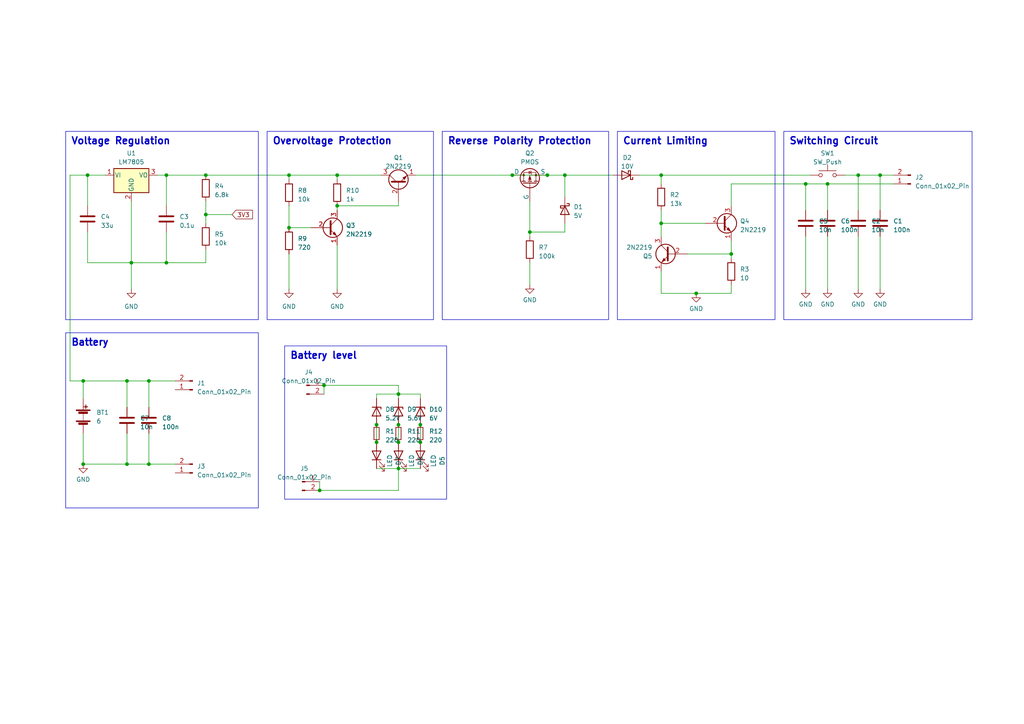
<source format=kicad_sch>
(kicad_sch (version 20230121) (generator eeschema)
  (paper "A4")
  (title_block (title "EEE4113F Power Circuitry Design") (rev "1") (company "University Of Cape Town"))
  (lib_symbols
    (symbol "Connector:Conn_01x02_Pin" (pin_names (offset 1.016) hide)
      (property "Reference" "J" (at 0 2.54 0))
      (property "Value" "Conn_01x02_Pin" (at 0 -5.08 0))
      (symbol "Conn_01x02_Pin_1_1"
        (polyline (pts (xy 1.27 -2.54) (xy 0.8636 -2.54)) (stroke (width 0.1524)))
        (polyline (pts (xy 1.27 0) (xy 0.8636 0)) (stroke (width 0.1524)))
        (rectangle (start 0.8636 -2.413) (end 0 -2.667) (stroke (width 0.1524)) (fill (type outline)))
        (rectangle (start 0.8636 0.127) (end 0 -0.127) (stroke (width 0.1524)) (fill (type outline)))
        (pin passive line (at 5.08 0 180) (length 3.81) (name "Pin_1") (number "1"))
        (pin passive line (at 5.08 -2.54 180) (length 3.81) (name "Pin_2") (number "2"))
      )
    )
    (symbol "Device:Battery" (pin_numbers hide) (pin_names (offset 0) hide)
      (property "Reference" "BT" (at 2.54 2.54 0))
      (property "Value" "Battery" (at 2.54 0 0))
      (symbol "Battery_0_1"
        (rectangle (start -2.032 -1.397) (end 2.032 -1.651) (fill (type outline)))
        (rectangle (start -2.032 1.778) (end 2.032 1.524) (fill (type outline)))
        (rectangle (start -1.3208 -1.9812) (end 1.27 -2.4892) (fill (type outline)))
        (rectangle (start -1.3208 1.1938) (end 1.27 0.6858) (fill (type outline)))
        (polyline (pts (xy 0 -1.524) (xy 0 -1.27)))
        (polyline (pts (xy 0 -1.016) (xy 0 -0.762)))
        (polyline (pts (xy 0 -0.508) (xy 0 -0.254)))
        (polyline (pts (xy 0 0) (xy 0 0.254)))
        (polyline (pts (xy 0 0.508) (xy 0 0.762)))
        (polyline (pts (xy 0 1.778) (xy 0 2.54)))
        (polyline (pts (xy 0.254 2.667) (xy 1.27 2.667)) (stroke (width 0.254)))
        (polyline (pts (xy 0.762 3.175) (xy 0.762 2.159)) (stroke (width 0.254)))
      )
      (symbol "Battery_1_1"
        (pin passive line (at 0 5.08 270) (length 2.54) (name "+") (number "1"))
        (pin passive line (at 0 -5.08 90) (length 2.54) (name "-") (number "2"))
      )
    )
    (symbol "Device:C" (pin_numbers hide) (pin_names (offset 0.254))
      (property "Reference" "C" (at 0.635 2.54 0))
      (property "Value" "C" (at 0.635 -2.54 0))
      (symbol "C_0_1"
        (polyline (pts (xy -2.032 -0.762) (xy 2.032 -0.762)) (stroke (width 0.508)))
        (polyline (pts (xy -2.032 0.762) (xy 2.032 0.762)) (stroke (width 0.508)))
      )
      (symbol "C_1_1"
        (pin passive line (at 0 3.81 270) (length 2.794) (name "~") (number "1"))
        (pin passive line (at 0 -3.81 90) (length 2.794) (name "~") (number "2"))
      )
    )
    (symbol "Device:D_Schottky" (pin_numbers hide) (pin_names (offset 1.016) hide)
      (property "Reference" "D" (at 0 2.54 0))
      (property "Value" "D_Schottky" (at 0 -2.54 0))
      (symbol "D_Schottky_0_1"
        (polyline (pts (xy 1.27 0) (xy -1.27 0)))
        (polyline (pts (xy 1.27 1.27) (xy 1.27 -1.27) (xy -1.27 0) (xy 1.27 1.27)) (stroke (width 0.254)))
        (polyline (pts (xy -1.905 0.635) (xy -1.905 1.27) (xy -1.27 1.27) (xy -1.27 -1.27) (xy -0.635 -1.27) (xy -0.635 -0.635)) (stroke (width 0.254)))
      )
      (symbol "D_Schottky_1_1"
        (pin passive line (at -3.81 0 0) (length 2.54) (name "K") (number "1"))
        (pin passive line (at 3.81 0 180) (length 2.54) (name "A") (number "2"))
      )
    )
    (symbol "Device:D_Zener" (pin_numbers hide) (pin_names (offset 1.016) hide)
      (property "Reference" "D" (at 0 2.54 0))
      (property "Value" "D_Zener" (at 0 -2.54 0))
      (symbol "D_Zener_0_1"
        (polyline (pts (xy 1.27 0) (xy -1.27 0)))
        (polyline (pts (xy -1.27 -1.27) (xy -1.27 1.27) (xy -0.762 1.27)) (stroke (width 0.254)))
        (polyline (pts (xy 1.27 -1.27) (xy 1.27 1.27) (xy -1.27 0) (xy 1.27 -1.27)) (stroke (width 0.254)))
      )
      (symbol "D_Zener_1_1"
        (pin passive line (at -3.81 0 0) (length 2.54) (name "K") (number "1"))
        (pin passive line (at 3.81 0 180) (length 2.54) (name "A") (number "2"))
      )
    )
    (symbol "Device:LED" (pin_numbers hide) (pin_names (offset 1.016) hide)
      (property "Reference" "D" (at 0 2.54 0))
      (property "Value" "LED" (at 0 -2.54 0))
      (symbol "LED_0_1"
        (polyline (pts (xy -1.27 -1.27) (xy -1.27 1.27)) (stroke (width 0.254)))
        (polyline (pts (xy -1.27 0) (xy 1.27 0)))
        (polyline (pts (xy 1.27 -1.27) (xy 1.27 1.27) (xy -1.27 0) (xy 1.27 -1.27)) (stroke (width 0.254)))
        (polyline (pts (xy -3.048 -0.762) (xy -4.572 -2.286) (xy -3.81 -2.286) (xy -4.572 -2.286) (xy -4.572 -1.524)))
        (polyline (pts (xy -1.778 -0.762) (xy -3.302 -2.286) (xy -2.54 -2.286) (xy -3.302 -2.286) (xy -3.302 -1.524)))
      )
      (symbol "LED_1_1"
        (pin passive line (at -3.81 0 0) (length 2.54) (name "K") (number "1"))
        (pin passive line (at 3.81 0 180) (length 2.54) (name "A") (number "2"))
      )
    )
    (symbol "Device:R" (pin_numbers hide) (pin_names (offset 0))
      (property "Reference" "R" (at 2.032 0 90))
      (property "Value" "R" (at 0 0 90))
      (symbol "R_0_1"
        (rectangle (start -1.016 -2.54) (end 1.016 2.54) (stroke (width 0.254)))
      )
      (symbol "R_1_1"
        (pin passive line (at 0 3.81 270) (length 1.27) (name "~") (number "1"))
        (pin passive line (at 0 -3.81 90) (length 1.27) (name "~") (number "2"))
      )
    )
    (symbol "Device:R_Small" (pin_numbers hide) (pin_names (offset 0.254) hide)
      (property "Reference" "R" (at 0.762 0.508 0))
      (property "Value" "R_Small" (at 0.762 -1.016 0))
      (symbol "R_Small_0_1"
        (rectangle (start -0.762 1.778) (end 0.762 -1.778) (stroke (width 0.2032)))
      )
      (symbol "R_Small_1_1"
        (pin passive line (at 0 2.54 270) (length 0.762) (name "~") (number "1"))
        (pin passive line (at 0 -2.54 90) (length 0.762) (name "~") (number "2"))
      )
    )
    (symbol "Regulator_Linear:KA78M05_TO252" (pin_names (offset 0.254))
      (property "Reference" "U" (at -3.81 3.175 0))
      (property "Value" "KA78M05_TO252" (at 0 3.175 0))
      (symbol "KA78M05_TO252_0_1"
        (rectangle (start -5.08 1.905) (end 5.08 -5.08) (stroke (width 0.254)) (fill (type background)))
      )
      (symbol "KA78M05_TO252_1_1"
        (pin power_in line (at -7.62 0 0) (length 2.54) (name "VI") (number "1"))
        (pin power_in line (at 0 -7.62 90) (length 2.54) (name "GND") (number "2"))
        (pin power_out line (at 7.62 0 180) (length 2.54) (name "VO") (number "3"))
      )
    )
    (symbol "Simulation_SPICE:PMOS" (pin_numbers hide) (pin_names (offset 0))
      (property "Reference" "Q" (at 5.08 1.27 0))
      (property "Value" "PMOS" (at 5.08 -1.27 0))
      (symbol "PMOS_0_1"
        (polyline (pts (xy 0.254 0) (xy -2.54 0)))
        (polyline (pts (xy 0.254 1.905) (xy 0.254 -1.905)) (stroke (width 0.254)))
        (polyline (pts (xy 0.762 -1.27) (xy 0.762 -2.286)) (stroke (width 0.254)))
        (polyline (pts (xy 0.762 0.508) (xy 0.762 -0.508)) (stroke (width 0.254)))
        (polyline (pts (xy 0.762 2.286) (xy 0.762 1.27)) (stroke (width 0.254)))
        (polyline (pts (xy 2.54 2.54) (xy 2.54 1.778)))
        (polyline (pts (xy 2.54 -2.54) (xy 2.54 0) (xy 0.762 0)))
        (polyline (pts (xy 0.762 1.778) (xy 3.302 1.778) (xy 3.302 -1.778) (xy 0.762 -1.778)))
        (polyline (pts (xy 2.286 0) (xy 1.27 0.381) (xy 1.27 -0.381) (xy 2.286 0)) (fill (type outline)))
        (polyline (pts (xy 2.794 -0.508) (xy 2.921 -0.381) (xy 3.683 -0.381) (xy 3.81 -0.254)))
        (polyline (pts (xy 3.302 -0.381) (xy 2.921 0.254) (xy 3.683 0.254) (xy 3.302 -0.381)))
        (circle (center 1.651 0) (radius 2.794) (stroke (width 0.254)))
        (circle (center 2.54 -1.778) (radius 0.254) (fill (type outline)))
        (circle (center 2.54 1.778) (radius 0.254) (fill (type outline)))
      )
      (symbol "PMOS_1_1"
        (pin passive line (at 2.54 5.08 270) (length 2.54) (name "D") (number "1"))
        (pin input line (at -5.08 0 0) (length 2.54) (name "G") (number "2"))
        (pin passive line (at 2.54 -5.08 90) (length 2.54) (name "S") (number "3"))
      )
    )
    (symbol "Switch:SW_Push" (pin_numbers hide) (pin_names (offset 1.016) hide)
      (property "Reference" "SW" (at 1.27 2.54 0))
      (property "Value" "SW_Push" (at 0 -1.524 0))
      (symbol "SW_Push_0_1"
        (circle (center -2.032 0) (radius 0.508))
        (polyline (pts (xy 0 1.27) (xy 0 3.048)))
        (polyline (pts (xy 2.54 1.27) (xy -2.54 1.27)))
        (circle (center 2.032 0) (radius 0.508))
        (pin passive line (at -5.08 0 0) (length 2.54) (name "1") (number "1"))
        (pin passive line (at 5.08 0 180) (length 2.54) (name "2") (number "2"))
      )
    )
    (symbol "Transistor_BJT:2N2219" (pin_names (offset 0) hide)
      (property "Reference" "Q" (at 5.08 1.905 0))
      (property "Value" "2N2219" (at 5.08 0 0))
      (symbol "2N2219_0_1"
        (polyline (pts (xy 0.635 0.635) (xy 2.54 2.54)))
        (polyline (pts (xy 0.635 -0.635) (xy 2.54 -2.54) (xy 2.54 -2.54)))
        (polyline (pts (xy 0.635 1.905) (xy 0.635 -1.905) (xy 0.635 -1.905)) (stroke (width 0.508)))
        (polyline (pts (xy 1.27 -1.778) (xy 1.778 -1.27) (xy 2.286 -2.286) (xy 1.27 -1.778) (xy 1.27 -1.778)) (fill (type outline)))
        (circle (center 1.27 0) (radius 2.8194) (stroke (width 0.254)))
      )
      (symbol "2N2219_1_1"
        (pin passive line (at 2.54 -5.08 90) (length 2.54) (name "E") (number "1"))
        (pin passive line (at -5.08 0 0) (length 5.715) (name "B") (number "2"))
        (pin passive line (at 2.54 5.08 270) (length 2.54) (name "C") (number "3"))
      )
    )
    (symbol "power:GND" (power) (pin_names (offset 0))
      (property "Value" "GND" (at 0 -3.81 0))
      (symbol "GND_0_1"
        (polyline (pts (xy 0 0) (xy 0 -1.27) (xy 1.27 -1.27) (xy 0 -2.54) (xy -1.27 -1.27) (xy 0 -1.27)))
      )
      (symbol "GND_1_1"
        (pin power_in line (at 0 0 270) (length 0) hide (name "GND") (number "1"))
      )
    )
  )
  (junction (at 36.83 134.62))
  (junction (at 48.26 76.2))
  (junction (at 115.57 114.3))
  (junction (at 115.57 135.89))
  (junction (at 148.59 50.8))
  (junction (at 255.27 50.8))
  (junction (at 43.18 110.49))
  (junction (at 115.57 123.19))
  (junction (at 201.93 85.09))
  (junction (at 163.83 50.8))
  (junction (at 48.26 50.8))
  (junction (at 191.77 50.8))
  (junction (at 92.71 142.24))
  (junction (at 24.13 110.49))
  (junction (at 121.92 123.19))
  (junction (at 83.82 66.04))
  (junction (at 121.92 128.27))
  (junction (at 191.77 64.77))
  (junction (at 248.92 50.8))
  (junction (at 233.68 53.34))
  (junction (at 97.79 59.69))
  (junction (at 115.57 128.27))
  (junction (at 93.98 111.76))
  (junction (at 153.67 67.31))
  (junction (at 38.1 76.2))
  (junction (at 109.22 123.19))
  (junction (at 212.09 73.66))
  (junction (at 83.82 50.8))
  (junction (at 59.69 50.8))
  (junction (at 59.69 62.23))
  (junction (at 97.79 50.8))
  (junction (at 24.13 134.62))
  (junction (at 240.03 53.34))
  (junction (at 109.22 128.27))
  (junction (at 25.4 50.8))
  (junction (at 36.83 110.49))
  (junction (at 158.75 50.8))
  (junction (at 43.18 134.62))
  (wire (pts (xy 43.18 134.62) (xy 50.8 134.62)))
  (wire (pts (xy 97.79 60.96) (xy 97.79 59.69)))
  (wire (pts (xy 92.71 142.24) (xy 115.57 142.24)))
  (wire (pts (xy 115.57 114.3) (xy 115.57 111.76)))
  (wire (pts (xy 248.92 50.8) (xy 255.27 50.8)))
  (wire (pts (xy 25.4 76.2) (xy 38.1 76.2)))
  (wire (pts (xy 121.92 115.57) (xy 121.92 114.3)))
  (wire (pts (xy 212.09 53.34) (xy 212.09 59.69)))
  (wire (pts (xy 38.1 76.2) (xy 38.1 83.82)))
  (wire (pts (xy 36.83 125.73) (xy 36.83 134.62)))
  (wire (pts (xy 240.03 53.34) (xy 240.03 60.96)))
  (wire (pts (xy 233.68 68.58) (xy 233.68 83.82)))
  (wire (pts (xy 115.57 135.89) (xy 121.92 135.89)))
  (wire (pts (xy 59.69 72.39) (xy 59.69 76.2)))
  (wire (pts (xy 163.83 50.8) (xy 177.8 50.8)))
  (wire (pts (xy 20.32 50.8) (xy 25.4 50.8)))
  (wire (pts (xy 48.26 50.8) (xy 59.69 50.8)))
  (wire (pts (xy 25.4 50.8) (xy 30.48 50.8)))
  (wire (pts (xy 191.77 53.34) (xy 191.77 50.8)))
  (wire (pts (xy 212.09 85.09) (xy 201.93 85.09)))
  (wire (pts (xy 36.83 134.62) (xy 43.18 134.62)))
  (wire (pts (xy 115.57 135.89) (xy 115.57 142.24)))
  (wire (pts (xy 83.82 73.66) (xy 83.82 83.82)))
  (wire (pts (xy 153.67 76.2) (xy 153.67 82.55)))
  (wire (pts (xy 255.27 68.58) (xy 255.27 83.82)))
  (wire (pts (xy 163.83 67.31) (xy 153.67 67.31)))
  (wire (pts (xy 36.83 110.49) (xy 43.18 110.49)))
  (wire (pts (xy 191.77 64.77) (xy 191.77 68.58)))
  (wire (pts (xy 255.27 50.8) (xy 255.27 60.96)))
  (wire (pts (xy 43.18 110.49) (xy 50.8 110.49)))
  (wire (pts (xy 43.18 110.49) (xy 43.18 118.11)))
  (wire (pts (xy 233.68 53.34) (xy 212.09 53.34)))
  (wire (pts (xy 191.77 50.8) (xy 234.95 50.8)))
  (wire (pts (xy 121.92 128.27) (xy 121.92 123.19)))
  (wire (pts (xy 48.26 76.2) (xy 48.26 67.31)))
  (wire (pts (xy 153.67 67.31) (xy 153.67 68.58)))
  (wire (pts (xy 191.77 85.09) (xy 201.93 85.09)))
  (wire (pts (xy 212.09 73.66) (xy 212.09 74.93)))
  (wire (pts (xy 148.59 50.8) (xy 158.75 50.8)))
  (wire (pts (xy 121.92 114.3) (xy 115.57 114.3)))
  (wire (pts (xy 109.22 114.3) (xy 115.57 114.3)))
  (wire (pts (xy 97.79 71.12) (xy 97.79 83.82)))
  (wire (pts (xy 83.82 50.8) (xy 97.79 50.8)))
  (wire (pts (xy 115.57 111.76) (xy 93.98 111.76)))
  (wire (pts (xy 240.03 53.34) (xy 233.68 53.34)))
  (wire (pts (xy 109.22 135.89) (xy 115.57 135.89)))
  (wire (pts (xy 25.4 67.31) (xy 25.4 76.2)))
  (wire (pts (xy 24.13 110.49) (xy 24.13 115.57)))
  (wire (pts (xy 153.67 58.42) (xy 153.67 67.31)))
  (wire (pts (xy 24.13 110.49) (xy 36.83 110.49)))
  (wire (pts (xy 158.75 50.8) (xy 163.83 50.8)))
  (wire (pts (xy 255.27 50.8) (xy 259.08 50.8)))
  (wire (pts (xy 163.83 64.77) (xy 163.83 67.31)))
  (wire (pts (xy 115.57 59.69) (xy 115.57 58.42)))
  (wire (pts (xy 240.03 53.34) (xy 259.08 53.34)))
  (wire (pts (xy 233.68 53.34) (xy 233.68 60.96)))
  (wire (pts (xy 191.77 64.77) (xy 204.47 64.77)))
  (wire (pts (xy 83.82 50.8) (xy 83.82 52.07)))
  (wire (pts (xy 24.13 125.73) (xy 24.13 134.62)))
  (wire (pts (xy 191.77 78.74) (xy 191.77 85.09)))
  (wire (pts (xy 48.26 50.8) (xy 45.72 50.8)))
  (wire (pts (xy 43.18 125.73) (xy 43.18 134.62)))
  (wire (pts (xy 25.4 50.8) (xy 25.4 59.69)))
  (wire (pts (xy 20.32 110.49) (xy 24.13 110.49)))
  (wire (pts (xy 38.1 76.2) (xy 48.26 76.2)))
  (wire (pts (xy 109.22 115.57) (xy 109.22 114.3)))
  (wire (pts (xy 245.11 50.8) (xy 248.92 50.8)))
  (wire (pts (xy 212.09 82.55) (xy 212.09 85.09)))
  (wire (pts (xy 97.79 59.69) (xy 115.57 59.69)))
  (wire (pts (xy 24.13 134.62) (xy 36.83 134.62)))
  (wire (pts (xy 240.03 68.58) (xy 240.03 83.82)))
  (wire (pts (xy 248.92 68.58) (xy 248.92 83.82)))
  (wire (pts (xy 59.69 62.23) (xy 67.31 62.23)))
  (wire (pts (xy 163.83 50.8) (xy 163.83 57.15)))
  (wire (pts (xy 59.69 50.8) (xy 83.82 50.8)))
  (wire (pts (xy 248.92 50.8) (xy 248.92 60.96)))
  (wire (pts (xy 212.09 73.66) (xy 212.09 69.85)))
  (wire (pts (xy 38.1 58.42) (xy 38.1 76.2)))
  (wire (pts (xy 59.69 62.23) (xy 59.69 64.77)))
  (wire (pts (xy 92.71 139.7) (xy 92.71 142.24)))
  (wire (pts (xy 59.69 76.2) (xy 48.26 76.2)))
  (wire (pts (xy 36.83 118.11) (xy 36.83 110.49)))
  (wire (pts (xy 93.98 111.76) (xy 93.98 114.3)))
  (wire (pts (xy 191.77 60.96) (xy 191.77 64.77)))
  (wire (pts (xy 120.65 50.8) (xy 148.59 50.8)))
  (wire (pts (xy 83.82 66.04) (xy 90.17 66.04)))
  (wire (pts (xy 115.57 115.57) (xy 115.57 114.3)))
  (wire (pts (xy 199.39 73.66) (xy 212.09 73.66)))
  (wire (pts (xy 83.82 59.69) (xy 83.82 66.04)))
  (wire (pts (xy 59.69 58.42) (xy 59.69 62.23)))
  (wire (pts (xy 185.42 50.8) (xy 191.77 50.8)))
  (wire (pts (xy 109.22 128.27) (xy 109.22 123.19)))
  (wire (pts (xy 48.26 50.8) (xy 48.26 59.69)))
  (wire (pts (xy 20.32 50.8) (xy 20.32 110.49)))
  (wire (pts (xy 115.57 128.27) (xy 115.57 123.19)))
  (wire (pts (xy 110.49 50.8) (xy 97.79 50.8)))
  (wire (pts (xy 97.79 52.07) (xy 97.79 50.8)))
  (text_box "Switching Circuit" (at 227.33 38.1 0) (size 54.61 54.61) (effects (font (size 2 2) (thickness 0.4) bold) (justify left top)))
  (text_box "Overvoltage Protection" (at 77.47 38.1 0) (size 48.26 54.61) (effects (font (size 2 2) (thickness 0.4) bold) (justify left top)))
  (text_box "Battery level" (at 82.55 100.33 0) (size 46.99 44.45) (effects (font (size 2 2) (thickness 0.4) bold) (justify left top)))
  (text_box "Current Limiting\n" (at 179.07 38.1 0) (size 45.72 54.61) (effects (font (size 2 2) (thickness 0.4) bold) (justify left top)))
  (text_box "Reverse Polarity Protection\n" (at 128.27 38.1 0) (size 48.26 54.61) (effects (font (size 2 2) (thickness 0.4) bold) (justify left top)))
  (text_box "Battery" (at 19.05 96.52 0) (size 55.88 50.8) (effects (font (size 2 2) bold) (justify left top)))
  (text_box "Voltage Regulation" (at 19.05 38.1 0) (size 55.88 54.61) (effects (font (size 2 2) (thickness 0.4) bold) (justify left top)))
  (global_label "3V3" (shape input) (at 67.31 62.23 0) (property "Intersheetrefs" "${INTERSHEET_REFS}" (effects hide)))
  (symbol (lib_id "Device:C") (at 255.27 64.77 0) (unit 1)
    (property "Reference" "C1" (at 259.08 64.135 0) (effects (justify left)))
    (property "Value" "100n" (at 259.08 66.675 0) (effects (justify left)))
  )
  (symbol (lib_id "power:GND") (at 240.03 83.82 0) (unit 1)
    (property "Reference" "#PWR07" (effects hide))
    (property "Value" "GND" (at 240.03 88.265 0))
  )
  (symbol (lib_id "Simulation_SPICE:PMOS") (at 153.67 53.34 90) (unit 1)
    (property "Reference" "Q2" (at 153.67 44.45 90))
    (property "Value" "PMOS" (at 153.67 46.99 90))
    (property "Datasheet" "https://ngspice.sourceforge.io/docs/ngspice-manual.pdf" (effects hide))
    (property "Sim.Device" "PMOS" (effects hide))
    (property "Sim.Type" "VDMOS" (effects hide))
    (property "Sim.Pins" "1=D 2=G 3=S" (effects hide))
  )
  (symbol (lib_id "Device:LED") (at 115.57 132.08 90) (unit 1)
    (property "Reference" "D6" (at 121.92 133.6675 0))
    (property "Value" "LED" (at 119.38 133.6675 0))
  )
  (symbol (lib_id "Device:D_Zener") (at 115.57 119.38 270) (unit 1)
    (property "Reference" "D9" (at 118.11 118.745 90) (effects (justify left)))
    (property "Value" "5.6V" (at 118.11 121.285 90) (effects (justify left)))
  )
  (symbol (lib_id "Device:R_Small") (at 115.57 125.73 0) (unit 1)
    (property "Reference" "R11" (at 118.11 125.095 0) (effects (justify left)))
    (property "Value" "220" (at 118.11 127.635 0) (effects (justify left)))
    (property "Footprint" "Resistor_SMD:R_0603_1608Metric" (effects hide))
  )
  (symbol (lib_id "Device:Battery") (at 24.13 120.65 0) (unit 1)
    (property "Reference" "BT1" (at 27.94 119.634 0) (effects (justify left)))
    (property "Value" "6" (at 27.94 122.174 0) (effects (justify left)))
  )
  (symbol (lib_id "Connector:Conn_01x02_Pin") (at 88.9 111.76 0) (unit 1)
    (property "Reference" "J4" (at 89.535 107.95 0))
    (property "Value" "Conn_01x02_Pin" (at 89.535 110.49 0))
  )
  (symbol (lib_id "power:GND") (at 83.82 83.82 0) (unit 1)
    (property "Reference" "#PWR011" (effects hide))
    (property "Value" "GND" (at 83.82 88.9 0))
  )
  (symbol (lib_id "Connector:Conn_01x02_Pin") (at 264.16 53.34 180) (unit 1)
    (property "Reference" "J2" (at 265.43 51.435 0) (effects (justify right)))
    (property "Value" "Conn_01x02_Pin" (at 265.43 53.975 0) (effects (justify right)))
  )
  (symbol (lib_id "Device:R") (at 97.79 55.88 0) (unit 1)
    (property "Reference" "R10" (at 100.33 55.245 0) (effects (justify left)))
    (property "Value" "1k" (at 100.33 57.785 0) (effects (justify left)))
  )
  (symbol (lib_id "Device:R") (at 153.67 72.39 0) (unit 1)
    (property "Reference" "R7" (at 156.21 71.755 0) (effects (justify left)))
    (property "Value" "100k" (at 156.21 74.295 0) (effects (justify left)))
  )
  (symbol (lib_id "Regulator_Linear:KA78M05_TO252") (at 38.1 50.8 0) (unit 1)
    (property "Reference" "U1" (at 38.1 44.45 0))
    (property "Value" "LM7805" (at 38.1 46.99 0))
    (property "Footprint" "Package_TO_SOT_SMD:TO-252-2" (effects hide))
    (property "Datasheet" "https://www.onsemi.com/pub/Collateral/MC78M00-D.PDF" (effects hide))
  )
  (symbol (lib_id "power:GND") (at 153.67 82.55 0) (unit 1)
    (property "Reference" "#PWR010" (effects hide))
    (property "Value" "GND" (at 153.67 86.995 0))
  )
  (symbol (lib_id "Device:R") (at 212.09 78.74 0) (unit 1)
    (property "Reference" "R3" (at 214.63 78.105 0) (effects (justify left)))
    (property "Value" "10" (at 214.63 80.645 0) (effects (justify left)))
  )
  (symbol (lib_id "Transistor_BJT:2N2219") (at 95.25 66.04 0) (unit 1)
    (property "Reference" "Q3" (at 100.33 65.405 0) (effects (justify left)))
    (property "Value" "2N2219" (at 100.33 67.945 0) (effects (justify left)))
    (property "Footprint" "Package_TO_SOT_THT:TO-39-3" (effects hide))
    (property "Datasheet" "http://www.onsemi.com/pub_link/Collateral/2N2219-D.PDF" (effects hide))
  )
  (symbol (lib_id "Device:C") (at 43.18 121.92 0) (unit 1)
    (property "Reference" "C8" (at 46.99 121.285 0) (effects (justify left)))
    (property "Value" "100n" (at 46.99 123.825 0) (effects (justify left)))
  )
  (symbol (lib_id "Device:D_Schottky") (at 163.83 60.96 270) (unit 1)
    (property "Reference" "D1" (at 166.37 60.0075 90) (effects (justify left)))
    (property "Value" "5V" (at 166.37 62.5475 90) (effects (justify left)))
    (property "Footprint" "Diode_SMD:D_SOD-123" (effects hide))
  )
  (symbol (lib_id "Device:LED") (at 109.22 132.08 90) (unit 1)
    (property "Reference" "D7" (at 115.57 133.6675 0))
    (property "Value" "LED" (at 113.03 133.6675 0))
  )
  (symbol (lib_id "Device:C") (at 233.68 64.77 0) (unit 1)
    (property "Reference" "C5" (at 237.49 64.135 0) (effects (justify left)))
    (property "Value" "10n" (at 237.49 66.675 0) (effects (justify left)))
  )
  (symbol (lib_id "Device:R") (at 59.69 54.61 0) (unit 1)
    (property "Reference" "R4" (at 62.23 53.975 0) (effects (justify left)))
    (property "Value" "6.8k" (at 62.23 56.515 0) (effects (justify left)))
  )
  (symbol (lib_id "Transistor_BJT:2N2219") (at 115.57 53.34 90) (unit 1)
    (property "Reference" "Q1" (at 115.57 45.72 90))
    (property "Value" "2N2219" (at 115.57 48.26 90))
    (property "Footprint" "Package_TO_SOT_THT:TO-39-3" (effects hide))
    (property "Datasheet" "http://www.onsemi.com/pub_link/Collateral/2N2219-D.PDF" (effects hide))
  )
  (symbol (lib_id "Device:C") (at 25.4 63.5 0) (unit 1)
    (property "Reference" "C4" (at 29.21 62.865 0) (effects (justify left)))
    (property "Value" "33u" (at 29.21 65.405 0) (effects (justify left)))
  )
  (symbol (lib_id "Device:D_Schottky") (at 181.61 50.8 180) (unit 1)
    (property "Reference" "D2" (at 181.9275 45.72 0))
    (property "Value" "10V" (at 181.9275 48.26 0))
    (property "Footprint" "Diode_SMD:D_SOD-123" (effects hide))
  )
  (symbol (lib_id "power:GND") (at 255.27 83.82 0) (unit 1)
    (property "Reference" "#PWR04" (effects hide))
    (property "Value" "GND" (at 255.27 88.265 0))
  )
  (symbol (lib_id "Device:C") (at 36.83 121.92 0) (unit 1)
    (property "Reference" "C7" (at 40.64 121.285 0) (effects (justify left)))
    (property "Value" "10n" (at 40.64 123.825 0) (effects (justify left)))
  )
  (symbol (lib_id "Switch:SW_Push") (at 240.03 50.8 0) (unit 1)
    (property "Reference" "SW1" (at 240.03 44.45 0))
    (property "Value" "SW_Push" (at 240.03 46.99 0))
  )
  (symbol (lib_id "Device:R") (at 191.77 57.15 0) (unit 1)
    (property "Reference" "R2" (at 194.31 56.515 0) (effects (justify left)))
    (property "Value" "13k" (at 194.31 59.055 0) (effects (justify left)))
  )
  (symbol (lib_id "Device:R_Small") (at 121.92 125.73 0) (unit 1)
    (property "Reference" "R12" (at 124.46 125.095 0) (effects (justify left)))
    (property "Value" "220" (at 124.46 127.635 0) (effects (justify left)))
    (property "Footprint" "Resistor_SMD:R_0603_1608Metric" (effects hide))
  )
  (symbol (lib_id "Device:R") (at 83.82 69.85 0) (unit 1)
    (property "Reference" "R9" (at 86.36 69.215 0) (effects (justify left)))
    (property "Value" "720" (at 86.36 71.755 0) (effects (justify left)))
  )
  (symbol (lib_id "power:GND") (at 24.13 134.62 0) (unit 1)
    (property "Reference" "#PWR02" (effects hide))
    (property "Value" "GND" (at 24.13 139.065 0))
  )
  (symbol (lib_id "Device:R") (at 83.82 55.88 0) (unit 1)
    (property "Reference" "R8" (at 86.36 55.245 0) (effects (justify left)))
    (property "Value" "10k" (at 86.36 57.785 0) (effects (justify left)))
  )
  (symbol (lib_id "Device:R_Small") (at 109.22 125.73 0) (unit 1)
    (property "Reference" "R1" (at 111.76 125.095 0) (effects (justify left)))
    (property "Value" "220" (at 111.76 127.635 0) (effects (justify left)))
    (property "Footprint" "Resistor_SMD:R_0603_1608Metric" (effects hide))
  )
  (symbol (lib_id "Connector:Conn_01x02_Pin") (at 55.88 113.03 180) (unit 1)
    (property "Reference" "J1" (at 57.15 111.125 0) (effects (justify right)))
    (property "Value" "Conn_01x02_Pin" (at 57.15 113.665 0) (effects (justify right)))
  )
  (symbol (lib_id "Device:R") (at 59.69 68.58 0) (unit 1)
    (property "Reference" "R5" (at 62.23 67.945 0) (effects (justify left)))
    (property "Value" "10k" (at 62.23 70.485 0) (effects (justify left)))
  )
  (symbol (lib_id "Device:D_Zener") (at 121.92 119.38 270) (unit 1)
    (property "Reference" "D10" (at 124.46 118.745 90) (effects (justify left)))
    (property "Value" "6V" (at 124.46 121.285 90) (effects (justify left)))
  )
  (symbol (lib_id "Device:C") (at 240.03 64.77 0) (unit 1)
    (property "Reference" "C6" (at 243.84 64.135 0) (effects (justify left)))
    (property "Value" "100n" (at 243.84 66.675 0) (effects (justify left)))
  )
  (symbol (lib_id "Device:LED") (at 121.92 132.08 90) (unit 1)
    (property "Reference" "D5" (at 128.27 133.6675 0))
    (property "Value" "LED" (at 125.73 133.6675 0))
  )
  (symbol (lib_id "Connector:Conn_01x02_Pin") (at 87.63 139.7 0) (unit 1)
    (property "Reference" "J5" (at 88.265 135.89 0))
    (property "Value" "Conn_01x02_Pin" (at 88.265 138.43 0))
  )
  (symbol (lib_id "power:GND") (at 248.92 83.82 0) (unit 1)
    (property "Reference" "#PWR05" (effects hide))
    (property "Value" "GND" (at 248.92 88.265 0))
  )
  (symbol (lib_id "power:GND") (at 233.68 83.82 0) (unit 1)
    (property "Reference" "#PWR06" (effects hide))
    (property "Value" "GND" (at 233.68 88.265 0))
  )
  (symbol (lib_id "Device:D_Zener") (at 109.22 119.38 270) (unit 1)
    (property "Reference" "D8" (at 111.76 118.745 90) (effects (justify left)))
    (property "Value" "5.2V" (at 111.76 121.285 90) (effects (justify left)))
  )
  (symbol (lib_id "power:GND") (at 97.79 83.82 0) (unit 1)
    (property "Reference" "#PWR012" (effects hide))
    (property "Value" "GND" (at 97.79 88.9 0))
  )
  (symbol (lib_id "power:GND") (at 38.1 83.82 0) (unit 1)
    (property "Reference" "#PWR03" (effects hide))
    (property "Value" "GND" (at 38.1 88.9 0))
  )
  (symbol (lib_id "Transistor_BJT:2N2219") (at 194.31 73.66 0) (mirror y) (unit 1)
    (property "Reference" "Q5" (at 189.23 74.295 0) (effects (justify left)))
    (property "Value" "2N2219" (at 189.23 71.755 0) (effects (justify left)))
    (property "Footprint" "Package_TO_SOT_THT:TO-39-3" (effects hide))
    (property "Datasheet" "http://www.onsemi.com/pub_link/Collateral/2N2219-D.PDF" (effects hide))
  )
  (symbol (lib_id "Device:C") (at 48.26 63.5 0) (unit 1)
    (property "Reference" "C3" (at 52.07 62.865 0) (effects (justify left)))
    (property "Value" "0.1u" (at 52.07 65.405 0) (effects (justify left)))
  )
  (symbol (lib_id "Transistor_BJT:2N2219") (at 209.55 64.77 0) (unit 1)
    (property "Reference" "Q4" (at 214.63 64.135 0) (effects (justify left)))
    (property "Value" "2N2219" (at 214.63 66.675 0) (effects (justify left)))
    (property "Footprint" "Package_TO_SOT_THT:TO-39-3" (effects hide))
    (property "Datasheet" "http://www.onsemi.com/pub_link/Collateral/2N2219-D.PDF" (effects hide))
  )
  (symbol (lib_id "Device:C") (at 248.92 64.77 0) (unit 1)
    (property "Reference" "C2" (at 252.73 64.135 0) (effects (justify left)))
    (property "Value" "10n" (at 252.73 66.675 0) (effects (justify left)))
  )
  (symbol (lib_id "Connector:Conn_01x02_Pin") (at 55.88 137.16 180) (unit 1)
    (property "Reference" "J3" (at 57.15 135.255 0) (effects (justify right)))
    (property "Value" "Conn_01x02_Pin" (at 57.15 137.795 0) (effects (justify right)))
  )
  (symbol (lib_id "power:GND") (at 201.93 85.09 0) (unit 1)
    (property "Reference" "#PWR01" (effects hide))
    (property "Value" "GND" (at 201.93 89.535 0))
  )
)
</source>
